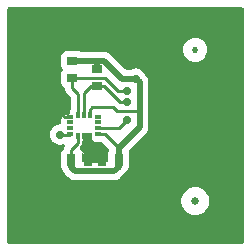
<source format=gbr>
%TF.GenerationSoftware,KiCad,Pcbnew,7.0.5*%
%TF.CreationDate,2023-06-07T14:55:56+03:00*%
%TF.ProjectId,IMU__1,494d555f-b131-42e6-9b69-6361645f7063,rev?*%
%TF.SameCoordinates,Original*%
%TF.FileFunction,Copper,L1,Top*%
%TF.FilePolarity,Positive*%
%FSLAX46Y46*%
G04 Gerber Fmt 4.6, Leading zero omitted, Abs format (unit mm)*
G04 Created by KiCad (PCBNEW 7.0.5) date 2023-06-07 14:55:56*
%MOMM*%
%LPD*%
G01*
G04 APERTURE LIST*
%TA.AperFunction,SMDPad,CuDef*%
%ADD10R,0.780000X0.980000*%
%TD*%
%TA.AperFunction,SMDPad,CuDef*%
%ADD11R,0.350000X0.575000*%
%TD*%
%TA.AperFunction,SMDPad,CuDef*%
%ADD12R,0.575000X0.350000*%
%TD*%
%TA.AperFunction,SMDPad,CuDef*%
%ADD13R,0.900000X0.650000*%
%TD*%
%TA.AperFunction,ComponentPad*%
%ADD14C,0.525000*%
%TD*%
%TA.AperFunction,ComponentPad*%
%ADD15C,0.675000*%
%TD*%
%TA.AperFunction,ViaPad*%
%ADD16C,0.700000*%
%TD*%
%TA.AperFunction,Conductor*%
%ADD17C,0.250000*%
%TD*%
%TA.AperFunction,Conductor*%
%ADD18C,0.500000*%
%TD*%
G04 APERTURE END LIST*
D10*
%TO.P,C1,2*%
%TO.N,/VCC3*%
X110360000Y-91700000D03*
%TO.P,C1,1*%
%TO.N,GND*%
X111760000Y-91700000D03*
%TD*%
D11*
%TO.P,IC2,14,SDA*%
%TO.N,/I2C_SDA*%
X110920000Y-87868000D03*
%TO.P,IC2,13,SCL*%
%TO.N,/I2C_SCL*%
X111420000Y-87868000D03*
%TO.P,IC2,12,CS*%
%TO.N,/VCC3*%
X111920000Y-87868000D03*
D12*
%TO.P,IC2,11,NC_2*%
%TO.N,unconnected-(IC2-NC_2-Pad11)*%
X112583000Y-88030000D03*
%TO.P,IC2,10,NC_1*%
%TO.N,unconnected-(IC2-NC_1-Pad10)*%
X112583000Y-88530000D03*
%TO.P,IC2,9,INT2*%
%TO.N,/INT2*%
X112583000Y-89030000D03*
%TO.P,IC2,8,VDD*%
%TO.N,/VCC3*%
X112583000Y-89530000D03*
D11*
%TO.P,IC2,7,GND_2*%
%TO.N,GND*%
X111920000Y-89692000D03*
%TO.P,IC2,6,GND_1*%
X111420000Y-89692000D03*
%TO.P,IC2,5,VDDIO*%
%TO.N,/VCC3*%
X110920000Y-89692000D03*
D12*
%TO.P,IC2,4,INT1*%
%TO.N,/INT1*%
X110257000Y-89530000D03*
%TO.P,IC2,3,SCX*%
%TO.N,unconnected-(IC2-SCX-Pad3)*%
X110257000Y-89030000D03*
%TO.P,IC2,2,SDX*%
%TO.N,unconnected-(IC2-SDX-Pad2)*%
X110257000Y-88530000D03*
%TO.P,IC2,1,SDO/SA0*%
%TO.N,GND*%
X110257000Y-88030000D03*
%TD*%
D13*
%TO.P,R2,2*%
%TO.N,/VCC3*%
X110440000Y-83312500D03*
%TO.P,R2,1*%
%TO.N,/I2C_SDA*%
X110440000Y-84762500D03*
%TD*%
%TO.P,R1,2*%
%TO.N,/VCC3*%
X112520000Y-84015000D03*
%TO.P,R1,1*%
%TO.N,/I2C_SCL*%
X112520000Y-85465000D03*
%TD*%
D10*
%TO.P,C6,2*%
%TO.N,/VCC3*%
X114350000Y-91700000D03*
%TO.P,C6,1*%
%TO.N,GND*%
X112950000Y-91700000D03*
%TD*%
D14*
%TO.P,H1,MH2*%
%TO.N,N/C*%
X120840000Y-82380000D03*
D15*
%TO.P,H1,MH1*%
X120840000Y-95180000D03*
%TD*%
D16*
%TO.N,GND*%
X109630000Y-87140000D03*
X115620000Y-92380000D03*
X119940000Y-92400000D03*
X112590000Y-90674114D03*
%TO.N,/INT2*%
X115070000Y-88320000D03*
%TO.N,GND*%
X111467381Y-90674114D03*
%TO.N,/VCC3*%
X115800000Y-84810000D03*
%TO.N,/I2C_SCL*%
X115080000Y-86780000D03*
%TO.N,/I2C_SDA*%
X115080000Y-85880000D03*
%TO.N,/INT1*%
X109390000Y-89550000D03*
%TD*%
D17*
%TO.N,/VCC3*%
X113900000Y-87260000D02*
X114240000Y-87600000D01*
X112140000Y-87260000D02*
X113900000Y-87260000D01*
X114240000Y-87600000D02*
X115990000Y-87600000D01*
X111920000Y-87480000D02*
X112140000Y-87260000D01*
X111920000Y-87868000D02*
X111920000Y-87480000D01*
X115990000Y-87600000D02*
X116120000Y-87470000D01*
%TO.N,/INT2*%
X114360000Y-89030000D02*
X112583000Y-89030000D01*
X115070000Y-88320000D02*
X114360000Y-89030000D01*
%TO.N,/INT1*%
X110237000Y-89550000D02*
X110257000Y-89530000D01*
X109390000Y-89550000D02*
X110237000Y-89550000D01*
%TO.N,GND*%
X109630000Y-87910000D02*
X109750000Y-88030000D01*
X109630000Y-87140000D02*
X109630000Y-87910000D01*
X109750000Y-88030000D02*
X110257000Y-88030000D01*
%TO.N,/VCC3*%
X113180000Y-89530000D02*
X114350000Y-90700000D01*
X112583000Y-89530000D02*
X113180000Y-89530000D01*
%TO.N,GND*%
X111920000Y-90004114D02*
X112590000Y-90674114D01*
X111920000Y-89692000D02*
X111920000Y-90004114D01*
X112920000Y-91010000D02*
X112920000Y-91344114D01*
X112590000Y-90680000D02*
X112920000Y-91010000D01*
X112590000Y-90674114D02*
X112590000Y-90680000D01*
X111760000Y-90966733D02*
X111760000Y-91190000D01*
X111467381Y-90674114D02*
X111760000Y-90966733D01*
X111420000Y-90626733D02*
X111467381Y-90674114D01*
X111420000Y-89692000D02*
X111420000Y-90626733D01*
%TO.N,/VCC3*%
X110360000Y-90826900D02*
X110360000Y-91700000D01*
X110920000Y-90266900D02*
X110360000Y-90826900D01*
X110920000Y-89692000D02*
X110920000Y-90266900D01*
D18*
X114350000Y-90700000D02*
X114350000Y-91700000D01*
X116120000Y-85130000D02*
X116120000Y-88930000D01*
X115800000Y-84810000D02*
X116120000Y-85130000D01*
X116120000Y-88930000D02*
X114350000Y-90700000D01*
X114640000Y-84810000D02*
X115800000Y-84810000D01*
X113150000Y-83320000D02*
X114640000Y-84810000D01*
X112537500Y-83320000D02*
X113150000Y-83320000D01*
D17*
%TO.N,/I2C_SDA*%
X113162500Y-84762500D02*
X110440000Y-84762500D01*
X114280000Y-85880000D02*
X113162500Y-84762500D01*
X115080000Y-85880000D02*
X114280000Y-85880000D01*
%TO.N,/I2C_SCL*%
X114440000Y-86780000D02*
X113125000Y-85465000D01*
X115080000Y-86780000D02*
X114440000Y-86780000D01*
X113125000Y-85465000D02*
X112520000Y-85465000D01*
%TO.N,/I2C_SDA*%
X110440000Y-85610000D02*
X110440000Y-84762500D01*
X110920000Y-86090000D02*
X110440000Y-85610000D01*
X110920000Y-87868000D02*
X110920000Y-86090000D01*
%TO.N,/I2C_SCL*%
X112015000Y-85465000D02*
X112520000Y-85465000D01*
X111420000Y-86060000D02*
X112015000Y-85465000D01*
X111420000Y-87868000D02*
X111420000Y-86060000D01*
%TO.N,GND*%
X111920000Y-91640000D02*
X111950000Y-91670000D01*
X111920000Y-91344114D02*
X111920000Y-91640000D01*
X111950000Y-91670000D02*
X111920000Y-91700000D01*
D18*
X112920000Y-91700000D02*
X111760000Y-91700000D01*
%TO.N,/VCC3*%
X114350000Y-92270000D02*
X114350000Y-91670000D01*
X113960000Y-92660000D02*
X114350000Y-92270000D01*
X110680000Y-92660000D02*
X113960000Y-92660000D01*
X110360000Y-92340000D02*
X110680000Y-92660000D01*
X110360000Y-91700000D02*
X110360000Y-92340000D01*
D17*
X115800000Y-84810000D02*
X115930000Y-84680000D01*
X112530000Y-83312500D02*
X112537500Y-83320000D01*
X112520000Y-83322500D02*
X112530000Y-83312500D01*
D18*
X112520000Y-84015000D02*
X112520000Y-83322500D01*
X110440000Y-83312500D02*
X112530000Y-83312500D01*
D17*
X110380000Y-83252500D02*
X110440000Y-83312500D01*
%TD*%
%TA.AperFunction,Conductor*%
%TO.N,GND*%
G36*
X112986586Y-90225183D02*
G01*
X113007228Y-90241818D01*
X113533074Y-90767664D01*
X113566559Y-90828987D01*
X113561575Y-90898679D01*
X113544660Y-90929655D01*
X113516206Y-90967664D01*
X113516202Y-90967671D01*
X113465910Y-91102513D01*
X113465909Y-91102517D01*
X113459500Y-91162127D01*
X113459500Y-91162134D01*
X113459500Y-91162135D01*
X113459500Y-91162136D01*
X113459501Y-91785500D01*
X113439817Y-91852539D01*
X113387013Y-91898294D01*
X113335501Y-91909500D01*
X111374500Y-91909500D01*
X111307461Y-91889815D01*
X111261706Y-91837011D01*
X111250500Y-91785500D01*
X111250499Y-91162129D01*
X111250498Y-91162123D01*
X111250497Y-91162116D01*
X111244091Y-91102517D01*
X111244090Y-91102513D01*
X111197202Y-90976799D01*
X111192774Y-90914892D01*
X111380000Y-91220000D01*
X111380000Y-91780000D01*
X113330000Y-91780000D01*
X113330000Y-90750000D01*
X112840000Y-90280000D01*
X112410000Y-90280000D01*
X112333096Y-90205499D01*
X112918372Y-90205499D01*
X112919547Y-90205499D01*
X112986586Y-90225183D01*
G37*
%TD.AperFunction*%
%TA.AperFunction,Conductor*%
G36*
X124882539Y-78800185D02*
G01*
X124928294Y-78852989D01*
X124939500Y-78904500D01*
X124939500Y-98655500D01*
X124919815Y-98722539D01*
X124867011Y-98768294D01*
X124815500Y-98779500D01*
X105064500Y-98779500D01*
X104997461Y-98759815D01*
X104951706Y-98707011D01*
X104940500Y-98655500D01*
X104940500Y-95288926D01*
X119664500Y-95288926D01*
X119704530Y-95503069D01*
X119742341Y-95600670D01*
X119783226Y-95706207D01*
X119783229Y-95706213D01*
X119897906Y-95891423D01*
X119897912Y-95891432D01*
X120044678Y-96052427D01*
X120218528Y-96183712D01*
X120413541Y-96280817D01*
X120623077Y-96340435D01*
X120785653Y-96355500D01*
X120785656Y-96355500D01*
X120894344Y-96355500D01*
X120894347Y-96355500D01*
X121056923Y-96340435D01*
X121266459Y-96280817D01*
X121461472Y-96183712D01*
X121635322Y-96052427D01*
X121782088Y-95891432D01*
X121896772Y-95706210D01*
X121975470Y-95503069D01*
X122015500Y-95288926D01*
X122015500Y-95071074D01*
X121975470Y-94856931D01*
X121896772Y-94653790D01*
X121782088Y-94468568D01*
X121635322Y-94307573D01*
X121461472Y-94176288D01*
X121266462Y-94079184D01*
X121266459Y-94079183D01*
X121056923Y-94019565D01*
X121056920Y-94019564D01*
X121056918Y-94019564D01*
X120949819Y-94009640D01*
X120894347Y-94004500D01*
X120785653Y-94004500D01*
X120735845Y-94009115D01*
X120623081Y-94019564D01*
X120413537Y-94079184D01*
X120218527Y-94176288D01*
X120044676Y-94307574D01*
X119897913Y-94468566D01*
X119897906Y-94468576D01*
X119783229Y-94653786D01*
X119783226Y-94653792D01*
X119723435Y-94808130D01*
X119704530Y-94856931D01*
X119664500Y-95071074D01*
X119664500Y-95288926D01*
X104940500Y-95288926D01*
X104940500Y-89549999D01*
X108534815Y-89549999D01*
X108553503Y-89727805D01*
X108553504Y-89727807D01*
X108608747Y-89897829D01*
X108608750Y-89897835D01*
X108698141Y-90052665D01*
X108707039Y-90062547D01*
X108817764Y-90185521D01*
X108817767Y-90185523D01*
X108817770Y-90185526D01*
X108962407Y-90290612D01*
X109125733Y-90363329D01*
X109300609Y-90400500D01*
X109300610Y-90400500D01*
X109479389Y-90400500D01*
X109479391Y-90400500D01*
X109654267Y-90363329D01*
X109654282Y-90363322D01*
X109654631Y-90363210D01*
X109654858Y-90363203D01*
X109660624Y-90361978D01*
X109660848Y-90363032D01*
X109724472Y-90361211D01*
X109784307Y-90397288D01*
X109815139Y-90459987D01*
X109807178Y-90529401D01*
X109806756Y-90530388D01*
X109798815Y-90548738D01*
X109796245Y-90553984D01*
X109773803Y-90594806D01*
X109768822Y-90614207D01*
X109762521Y-90632610D01*
X109754562Y-90651002D01*
X109754561Y-90651005D01*
X109747271Y-90697026D01*
X109746087Y-90702743D01*
X109741156Y-90721952D01*
X109705422Y-90781993D01*
X109695361Y-90790389D01*
X109612455Y-90852452D01*
X109612452Y-90852455D01*
X109526206Y-90967664D01*
X109526202Y-90967671D01*
X109475908Y-91102517D01*
X109469501Y-91162116D01*
X109469501Y-91162123D01*
X109469500Y-91162135D01*
X109469500Y-92237870D01*
X109469501Y-92237876D01*
X109475908Y-92297483D01*
X109526202Y-92432328D01*
X109526203Y-92432329D01*
X109526204Y-92432331D01*
X109612452Y-92547543D01*
X109612455Y-92547547D01*
X109615461Y-92549797D01*
X109617709Y-92552800D01*
X109618722Y-92553813D01*
X109618576Y-92553958D01*
X109657333Y-92605730D01*
X109658856Y-92610058D01*
X109675182Y-92659326D01*
X109678236Y-92665874D01*
X109678182Y-92665898D01*
X109681470Y-92672688D01*
X109681521Y-92672663D01*
X109684761Y-92679113D01*
X109684762Y-92679114D01*
X109684763Y-92679117D01*
X109726494Y-92742567D01*
X109727441Y-92744055D01*
X109743307Y-92769778D01*
X109767289Y-92808657D01*
X109771766Y-92814319D01*
X109771719Y-92814356D01*
X109776482Y-92820202D01*
X109776528Y-92820164D01*
X109781173Y-92825700D01*
X109836366Y-92877771D01*
X109837660Y-92879028D01*
X110104268Y-93145635D01*
X110116050Y-93159268D01*
X110130390Y-93178530D01*
X110170415Y-93212116D01*
X110174403Y-93215771D01*
X110180218Y-93221586D01*
X110205252Y-93241381D01*
X110206649Y-93242519D01*
X110218794Y-93252710D01*
X110264786Y-93291302D01*
X110264794Y-93291306D01*
X110270824Y-93295273D01*
X110270790Y-93295323D01*
X110277137Y-93299366D01*
X110277169Y-93299316D01*
X110283321Y-93303110D01*
X110283322Y-93303110D01*
X110283323Y-93303111D01*
X110352143Y-93335202D01*
X110353692Y-93335952D01*
X110421567Y-93370040D01*
X110421576Y-93370042D01*
X110428355Y-93372510D01*
X110428334Y-93372567D01*
X110435451Y-93375040D01*
X110435470Y-93374984D01*
X110442324Y-93377254D01*
X110442327Y-93377256D01*
X110516715Y-93392615D01*
X110518352Y-93392978D01*
X110592279Y-93410500D01*
X110592285Y-93410500D01*
X110599452Y-93411338D01*
X110599445Y-93411397D01*
X110606946Y-93412163D01*
X110606952Y-93412104D01*
X110614141Y-93412733D01*
X110614143Y-93412732D01*
X110614144Y-93412733D01*
X110635764Y-93412104D01*
X110690012Y-93410526D01*
X110691815Y-93410500D01*
X113896295Y-93410500D01*
X113914265Y-93411809D01*
X113938023Y-93415289D01*
X113990068Y-93410735D01*
X113995470Y-93410500D01*
X114003704Y-93410500D01*
X114003709Y-93410500D01*
X114035458Y-93406788D01*
X114037075Y-93406622D01*
X114112797Y-93399999D01*
X114112805Y-93399996D01*
X114119866Y-93398539D01*
X114119878Y-93398598D01*
X114127243Y-93396965D01*
X114127229Y-93396906D01*
X114134251Y-93395241D01*
X114134255Y-93395241D01*
X114205587Y-93369277D01*
X114207286Y-93368688D01*
X114279334Y-93344814D01*
X114279342Y-93344808D01*
X114285882Y-93341760D01*
X114285908Y-93341816D01*
X114292690Y-93338532D01*
X114292663Y-93338478D01*
X114299109Y-93335239D01*
X114299117Y-93335237D01*
X114362612Y-93293475D01*
X114363977Y-93292605D01*
X114428656Y-93252712D01*
X114428661Y-93252706D01*
X114434325Y-93248229D01*
X114434362Y-93248277D01*
X114440204Y-93243518D01*
X114440164Y-93243471D01*
X114445686Y-93238835D01*
X114445696Y-93238830D01*
X114497802Y-93183599D01*
X114498996Y-93182370D01*
X114835641Y-92845724D01*
X114849260Y-92833954D01*
X114868530Y-92819610D01*
X114902128Y-92779569D01*
X114905750Y-92775616D01*
X114911590Y-92769777D01*
X114931409Y-92744709D01*
X114932466Y-92743411D01*
X114981302Y-92685214D01*
X114981304Y-92685209D01*
X114985272Y-92679179D01*
X114985323Y-92679212D01*
X114989369Y-92672860D01*
X114989317Y-92672828D01*
X114993107Y-92666681D01*
X114993111Y-92666677D01*
X115009292Y-92631973D01*
X115047364Y-92585111D01*
X115097546Y-92547546D01*
X115183796Y-92432331D01*
X115234091Y-92297483D01*
X115240500Y-92237873D01*
X115240499Y-91162128D01*
X115234091Y-91102517D01*
X115200750Y-91013127D01*
X115195767Y-90943437D01*
X115229250Y-90882116D01*
X116605642Y-89505724D01*
X116619271Y-89493947D01*
X116638530Y-89479610D01*
X116672101Y-89439601D01*
X116675761Y-89435606D01*
X116681588Y-89429780D01*
X116681588Y-89429779D01*
X116681591Y-89429777D01*
X116701380Y-89404747D01*
X116702509Y-89403362D01*
X116704879Y-89400536D01*
X116751302Y-89345214D01*
X116751305Y-89345207D01*
X116755274Y-89339175D01*
X116755325Y-89339208D01*
X116759372Y-89332856D01*
X116759320Y-89332824D01*
X116763111Y-89326677D01*
X116772227Y-89307127D01*
X116795226Y-89257804D01*
X116795952Y-89256305D01*
X116830040Y-89188433D01*
X116830043Y-89188417D01*
X116832509Y-89181646D01*
X116832567Y-89181667D01*
X116835043Y-89174546D01*
X116834986Y-89174528D01*
X116837256Y-89167677D01*
X116837257Y-89167673D01*
X116852626Y-89093234D01*
X116852976Y-89091655D01*
X116870500Y-89017721D01*
X116870500Y-89017712D01*
X116871338Y-89010548D01*
X116871398Y-89010555D01*
X116872164Y-89003055D01*
X116872105Y-89003050D01*
X116872734Y-88995860D01*
X116870526Y-88919968D01*
X116870500Y-88918165D01*
X116870500Y-85193706D01*
X116871809Y-85175734D01*
X116875289Y-85151977D01*
X116875289Y-85151975D01*
X116870735Y-85099937D01*
X116870499Y-85094522D01*
X116870500Y-85086291D01*
X116866791Y-85054564D01*
X116866618Y-85052872D01*
X116859998Y-84977202D01*
X116859996Y-84977197D01*
X116858538Y-84970133D01*
X116858597Y-84970120D01*
X116856967Y-84962764D01*
X116856908Y-84962779D01*
X116855241Y-84955747D01*
X116855241Y-84955745D01*
X116829247Y-84884327D01*
X116828708Y-84882775D01*
X116804814Y-84810665D01*
X116804813Y-84810663D01*
X116801763Y-84804121D01*
X116801817Y-84804095D01*
X116798533Y-84797312D01*
X116798480Y-84797340D01*
X116795238Y-84790885D01*
X116795237Y-84790883D01*
X116753527Y-84727466D01*
X116752580Y-84725980D01*
X116712714Y-84661347D01*
X116708234Y-84655681D01*
X116708280Y-84655643D01*
X116703519Y-84649799D01*
X116703474Y-84649838D01*
X116698831Y-84644305D01*
X116643634Y-84592229D01*
X116642374Y-84591006D01*
X116634892Y-84583524D01*
X116604642Y-84534160D01*
X116581250Y-84462165D01*
X116581248Y-84462161D01*
X116504952Y-84330013D01*
X116491859Y-84307335D01*
X116372235Y-84174478D01*
X116372232Y-84174476D01*
X116372231Y-84174475D01*
X116372230Y-84174474D01*
X116227593Y-84069388D01*
X116064267Y-83996671D01*
X116064265Y-83996670D01*
X115906746Y-83963189D01*
X115889391Y-83959500D01*
X115710609Y-83959500D01*
X115693254Y-83963189D01*
X115535733Y-83996670D01*
X115418694Y-84048780D01*
X115368259Y-84059500D01*
X115002230Y-84059500D01*
X114935191Y-84039815D01*
X114914549Y-84023181D01*
X113725729Y-82834361D01*
X113713949Y-82820730D01*
X113706482Y-82810701D01*
X113699612Y-82801472D01*
X113699610Y-82801470D01*
X113659587Y-82767886D01*
X113655612Y-82764244D01*
X113652690Y-82761322D01*
X113649779Y-82758410D01*
X113624736Y-82738609D01*
X113623338Y-82737470D01*
X113565214Y-82688698D01*
X113559180Y-82684729D01*
X113559212Y-82684680D01*
X113552853Y-82680628D01*
X113552822Y-82680679D01*
X113546680Y-82676891D01*
X113546678Y-82676890D01*
X113546677Y-82676889D01*
X113477872Y-82644804D01*
X113476252Y-82644019D01*
X113436512Y-82624061D01*
X113408433Y-82609960D01*
X113408431Y-82609959D01*
X113408430Y-82609959D01*
X113401645Y-82607489D01*
X113401665Y-82607433D01*
X113394549Y-82604959D01*
X113394531Y-82605015D01*
X113387674Y-82602743D01*
X113313328Y-82587391D01*
X113311569Y-82587001D01*
X113237718Y-82569499D01*
X113230547Y-82568661D01*
X113230553Y-82568601D01*
X113223055Y-82567835D01*
X113223050Y-82567895D01*
X113215860Y-82567265D01*
X113139968Y-82569474D01*
X113138165Y-82569500D01*
X112663860Y-82569500D01*
X112635265Y-82566158D01*
X112635056Y-82566108D01*
X112617721Y-82562000D01*
X112617720Y-82562000D01*
X111197487Y-82562000D01*
X111138058Y-82546831D01*
X111132330Y-82543703D01*
X110997482Y-82493408D01*
X110997483Y-82493408D01*
X110937883Y-82487001D01*
X110937881Y-82487000D01*
X110937873Y-82487000D01*
X110937864Y-82487000D01*
X109942129Y-82487000D01*
X109942123Y-82487001D01*
X109882516Y-82493408D01*
X109747671Y-82543702D01*
X109747664Y-82543706D01*
X109632455Y-82629952D01*
X109632452Y-82629955D01*
X109546206Y-82745164D01*
X109546202Y-82745171D01*
X109495910Y-82880013D01*
X109495909Y-82880017D01*
X109489500Y-82939627D01*
X109489500Y-82939634D01*
X109489500Y-82939635D01*
X109489500Y-83685370D01*
X109489501Y-83685376D01*
X109495908Y-83744983D01*
X109546202Y-83879828D01*
X109546203Y-83879830D01*
X109608606Y-83963189D01*
X109633023Y-84028653D01*
X109618172Y-84096926D01*
X109608606Y-84111811D01*
X109546203Y-84195169D01*
X109546202Y-84195171D01*
X109504368Y-84307336D01*
X109495909Y-84330017D01*
X109489500Y-84389627D01*
X109489500Y-84389634D01*
X109489500Y-84389635D01*
X109489500Y-85135370D01*
X109489501Y-85135376D01*
X109495908Y-85194983D01*
X109546202Y-85329828D01*
X109546206Y-85329835D01*
X109632452Y-85445044D01*
X109632455Y-85445047D01*
X109747661Y-85531291D01*
X109747665Y-85531293D01*
X109747669Y-85531296D01*
X109747672Y-85531297D01*
X109749916Y-85532522D01*
X109751735Y-85534341D01*
X109754769Y-85536612D01*
X109754442Y-85537047D01*
X109799326Y-85581922D01*
X109814500Y-85641360D01*
X109814500Y-85649343D01*
X109814501Y-85649360D01*
X109815368Y-85656231D01*
X109815826Y-85662050D01*
X109817290Y-85708624D01*
X109817291Y-85708627D01*
X109822880Y-85727867D01*
X109826824Y-85746911D01*
X109829336Y-85766791D01*
X109846490Y-85810119D01*
X109848382Y-85815647D01*
X109861381Y-85860388D01*
X109871580Y-85877634D01*
X109880138Y-85895103D01*
X109887514Y-85913732D01*
X109914898Y-85951423D01*
X109918106Y-85956307D01*
X109941827Y-85996416D01*
X109941833Y-85996424D01*
X109955990Y-86010580D01*
X109968628Y-86025376D01*
X109980405Y-86041586D01*
X109980406Y-86041587D01*
X110016309Y-86071288D01*
X110020620Y-86075210D01*
X110258182Y-86312772D01*
X110291666Y-86374093D01*
X110294500Y-86400451D01*
X110294500Y-87333771D01*
X110286682Y-87377104D01*
X110250908Y-87473017D01*
X110244501Y-87532616D01*
X110244500Y-87532635D01*
X110244500Y-87730500D01*
X110224815Y-87797539D01*
X110172011Y-87843294D01*
X110120501Y-87854500D01*
X109921630Y-87854500D01*
X109921623Y-87854501D01*
X109862016Y-87860908D01*
X109727171Y-87911202D01*
X109727164Y-87911206D01*
X109611955Y-87997452D01*
X109611952Y-87997455D01*
X109525706Y-88112664D01*
X109525702Y-88112671D01*
X109475410Y-88247513D01*
X109475409Y-88247517D01*
X109469000Y-88307127D01*
X109469000Y-88307134D01*
X109469000Y-88307135D01*
X109469000Y-88307136D01*
X109469001Y-88575500D01*
X109449317Y-88642539D01*
X109396513Y-88688294D01*
X109345001Y-88699500D01*
X109300609Y-88699500D01*
X109269954Y-88706015D01*
X109125733Y-88736670D01*
X109125728Y-88736672D01*
X108962408Y-88809387D01*
X108817768Y-88914475D01*
X108698140Y-89047336D01*
X108608750Y-89202164D01*
X108608747Y-89202170D01*
X108553504Y-89372192D01*
X108553503Y-89372194D01*
X108534815Y-89549999D01*
X104940500Y-89549999D01*
X104940500Y-82379999D01*
X119809538Y-82379999D01*
X119829337Y-82581031D01*
X119887978Y-82774345D01*
X119983198Y-82952488D01*
X119983203Y-82952495D01*
X120111352Y-83108647D01*
X120220016Y-83197824D01*
X120267506Y-83236798D01*
X120267509Y-83236799D01*
X120267511Y-83236801D01*
X120445654Y-83332021D01*
X120445656Y-83332021D01*
X120445659Y-83332023D01*
X120638967Y-83390662D01*
X120789620Y-83405500D01*
X120789623Y-83405500D01*
X120890377Y-83405500D01*
X120890380Y-83405500D01*
X121041033Y-83390662D01*
X121234341Y-83332023D01*
X121412494Y-83236798D01*
X121568647Y-83108647D01*
X121696798Y-82952494D01*
X121792023Y-82774341D01*
X121850662Y-82581033D01*
X121870462Y-82380000D01*
X121850662Y-82178967D01*
X121792023Y-81985659D01*
X121792021Y-81985656D01*
X121792021Y-81985654D01*
X121696801Y-81807511D01*
X121696799Y-81807509D01*
X121696798Y-81807506D01*
X121657824Y-81760016D01*
X121568647Y-81651352D01*
X121412495Y-81523203D01*
X121412488Y-81523198D01*
X121234345Y-81427978D01*
X121041031Y-81369337D01*
X120930900Y-81358490D01*
X120890380Y-81354500D01*
X120789620Y-81354500D01*
X120752433Y-81358162D01*
X120638968Y-81369337D01*
X120445654Y-81427978D01*
X120267511Y-81523198D01*
X120267504Y-81523203D01*
X120111352Y-81651352D01*
X119983203Y-81807504D01*
X119983198Y-81807511D01*
X119887978Y-81985654D01*
X119829337Y-82178968D01*
X119809538Y-82379999D01*
X104940500Y-82379999D01*
X104940500Y-78904500D01*
X104960185Y-78837461D01*
X105012989Y-78791706D01*
X105064500Y-78780500D01*
X124815500Y-78780500D01*
X124882539Y-78800185D01*
G37*
%TD.AperFunction*%
%TD*%
%TA.AperFunction,Conductor*%
%TO.N,GND*%
G36*
X112090000Y-89970000D02*
G01*
X112410000Y-90280000D01*
X112840000Y-90280000D01*
X113330000Y-90750000D01*
X113330000Y-91780000D01*
X111380000Y-91780000D01*
X111380000Y-91220000D01*
X111110000Y-90780000D01*
X111110000Y-90570000D01*
X111250000Y-90380000D01*
X111250000Y-90137440D01*
X111265185Y-90085727D01*
X111266398Y-90083874D01*
X111283867Y-90057731D01*
X111295500Y-89999248D01*
X111295500Y-89410000D01*
X112090000Y-89410000D01*
X112090000Y-89970000D01*
G37*
%TD.AperFunction*%
%TD*%
M02*

</source>
